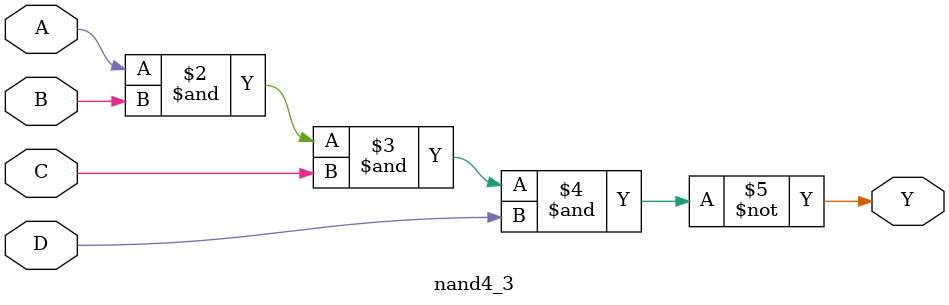
<source format=sv>
module nand4_3 (input wire A, input wire B, input wire C, input wire D, output reg Y);
    always @ (A or B or C or D)
        Y = ~(A & B & C & D);  // 4-input NAND gate with procedural logic
endmodule
</source>
